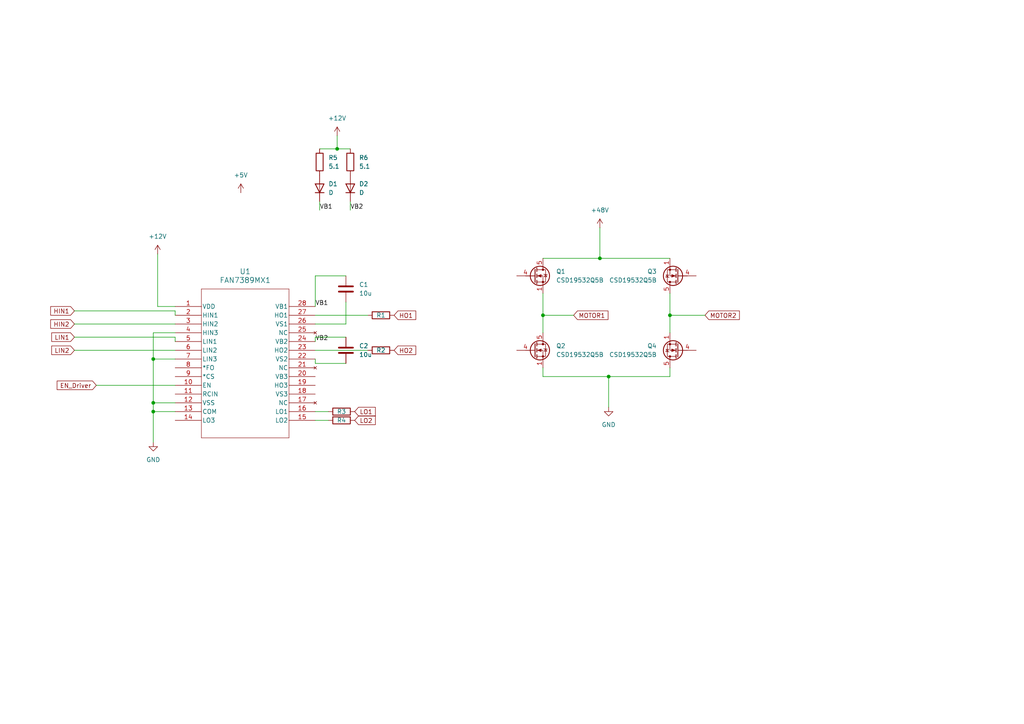
<source format=kicad_sch>
(kicad_sch (version 20250114) (generator "eeschema") (generator_version "9.0")
  (paper "A4")
  (lib_symbols
    (symbol "2025-09-30_11-08-03:FAN7389MX1" (pin_names (offset 0.254))
      (property "Reference" "U" (at 20.32 10.16 0))
      (property "Value" "FAN7389MX1" (at 20.32 7.62 0))
      (symbol "FAN7389MX1_0_1"
        (polyline (pts (xy 7.62 5.08) (xy 7.62 -38.1)) (stroke (width 0.127)))
        (polyline (pts (xy 7.62 -38.1) (xy 33.02 -38.1)) (stroke (width 0.127)))
        (polyline (pts (xy 33.02 5.08) (xy 7.62 5.08)) (stroke (width 0.127)))
        (polyline (pts (xy 33.02 -38.1) (xy 33.02 5.08)) (stroke (width 0.127)))
        (pin power_in line (at 0 0 0) (length 7.62) (name "VDD") (number "1"))
        (pin input line (at 0 -2.54 0) (length 7.62) (name "HIN1") (number "2"))
        (pin input line (at 0 -5.08 0) (length 7.62) (name "HIN2") (number "3"))
        (pin input line (at 0 -7.62 0) (length 7.62) (name "HIN3") (number "4"))
        (pin input line (at 0 -10.16 0) (length 7.62) (name "LIN1") (number "5"))
        (pin input line (at 0 -12.7 0) (length 7.62) (name "LIN2") (number "6"))
        (pin input line (at 0 -15.24 0) (length 7.62) (name "LIN3") (number "7"))
        (pin unspecified line (at 0 -17.78 0) (length 7.62) (name "*FO") (number "8"))
        (pin unspecified line (at 0 -20.32 0) (length 7.62) (name "*CS") (number "9"))
        (pin unspecified line (at 0 -22.86 0) (length 7.62) (name "EN") (number "10"))
        (pin unspecified line (at 0 -25.4 0) (length 7.62) (name "RCIN") (number "11"))
        (pin power_out line (at 0 -27.94 0) (length 7.62) (name "VSS") (number "12"))
        (pin unspecified line (at 0 -30.48 0) (length 7.62) (name "COM") (number "13"))
        (pin bidirectional line (at 0 -33.02 0) (length 7.62) (name "LO3") (number "14"))
        (pin bidirectional line (at 40.64 0 180) (length 7.62) (name "VB1") (number "28"))
        (pin bidirectional line (at 40.64 -2.54 180) (length 7.62) (name "HO1") (number "27"))
        (pin bidirectional line (at 40.64 -5.08 180) (length 7.62) (name "VS1") (number "26"))
        (pin no_connect line (at 40.64 -7.62 180) (length 7.62) (name "NC") (number "25"))
        (pin bidirectional line (at 40.64 -10.16 180) (length 7.62) (name "VB2") (number "24"))
        (pin bidirectional line (at 40.64 -12.7 180) (length 7.62) (name "HO2") (number "23"))
        (pin bidirectional line (at 40.64 -15.24 180) (length 7.62) (name "VS2") (number "22"))
        (pin no_connect line (at 40.64 -17.78 180) (length 7.62) (name "NC") (number "21"))
        (pin bidirectional line (at 40.64 -20.32 180) (length 7.62) (name "VB3") (number "20"))
        (pin bidirectional line (at 40.64 -22.86 180) (length 7.62) (name "HO3") (number "19"))
        (pin bidirectional line (at 40.64 -25.4 180) (length 7.62) (name "VS3") (number "18"))
        (pin no_connect line (at 40.64 -27.94 180) (length 7.62) (name "NC") (number "17"))
        (pin bidirectional line (at 40.64 -30.48 180) (length 7.62) (name "LO1") (number "16"))
        (pin bidirectional line (at 40.64 -33.02 180) (length 7.62) (name "LO2") (number "15"))
      )
    )
    (symbol "Device:C" (pin_numbers (hide yes)) (pin_names (offset 0.254))
      (property "Reference" "C" (at 0.635 2.54 0))
      (property "Value" "C" (at 0.635 -2.54 0))
      (symbol "C_0_1"
        (polyline (pts (xy -2.032 0.762) (xy 2.032 0.762)) (stroke (width 0.508)))
        (polyline (pts (xy -2.032 -0.762) (xy 2.032 -0.762)) (stroke (width 0.508)))
      )
      (symbol "C_1_1"
        (pin passive line (at 0 3.81 270) (length 2.794) (name "~") (number "1"))
        (pin passive line (at 0 -3.81 90) (length 2.794) (name "~") (number "2"))
      )
    )
    (symbol "Device:D" (pin_numbers (hide yes)) (pin_names (offset 1.016) (hide yes))
      (property "Reference" "D" (at 0 2.54 0))
      (property "Value" "D" (at 0 -2.54 0))
      (symbol "D_0_1"
        (polyline (pts (xy -1.27 1.27) (xy -1.27 -1.27)) (stroke (width 0.254)))
        (polyline (pts (xy 1.27 1.27) (xy 1.27 -1.27) (xy -1.27 0) (xy 1.27 1.27)) (stroke (width 0.254)))
        (polyline (pts (xy 1.27 0) (xy -1.27 0)))
      )
      (symbol "D_1_1"
        (pin passive line (at -3.81 0 0) (length 2.54) (name "K") (number "1"))
        (pin passive line (at 3.81 0 180) (length 2.54) (name "A") (number "2"))
      )
    )
    (symbol "Device:R" (pin_numbers (hide yes)) (pin_names (offset 0))
      (property "Reference" "R" (at 2.032 0 90))
      (property "Value" "R" (at 0 0 90))
      (symbol "R_0_1"
        (rectangle (start -1.016 -2.54) (end 1.016 2.54) (stroke (width 0.254)))
      )
      (symbol "R_1_1"
        (pin passive line (at 0 3.81 270) (length 1.27) (name "~") (number "1"))
        (pin passive line (at 0 -3.81 90) (length 1.27) (name "~") (number "2"))
      )
    )
    (symbol "Transistor_FET:CSD19532Q5B" (pin_names (offset 0) (hide yes))
      (property "Reference" "Q" (at 5.08 1.905 0))
      (property "Value" "CSD19532Q5B" (at 5.08 0 0))
      (symbol "CSD19532Q5B_0_1"
        (polyline (pts (xy 0.254 1.905) (xy 0.254 -1.905)) (stroke (width 0.254)))
        (polyline (pts (xy 0.254 0) (xy -2.54 0)))
        (polyline (pts (xy 0.762 2.286) (xy 0.762 1.27)) (stroke (width 0.254)))
        (polyline (pts (xy 0.762 0.508) (xy 0.762 -0.508)) (stroke (width 0.254)))
        (polyline (pts (xy 0.762 -1.27) (xy 0.762 -2.286)) (stroke (width 0.254)))
        (polyline (pts (xy 0.762 -1.778) (xy 3.302 -1.778) (xy 3.302 1.778) (xy 0.762 1.778)))
        (polyline (pts (xy 1.016 0) (xy 2.032 0.381) (xy 2.032 -0.381) (xy 1.016 0)) (fill (type outline)))
        (circle (center 1.651 0) (radius 2.794) (stroke (width 0.254)))
        (polyline (pts (xy 2.54 2.54) (xy 2.54 1.778)))
        (circle (center 2.54 1.778) (radius 0.254) (fill (type outline)))
        (circle (center 2.54 -1.778) (radius 0.254) (fill (type outline)))
        (polyline (pts (xy 2.54 -2.54) (xy 2.54 0) (xy 0.762 0)))
        (polyline (pts (xy 2.794 0.508) (xy 2.921 0.381) (xy 3.683 0.381) (xy 3.81 0.254)))
        (polyline (pts (xy 3.302 0.381) (xy 2.921 -0.254) (xy 3.683 -0.254) (xy 3.302 0.381)))
      )
      (symbol "CSD19532Q5B_1_1"
        (pin input line (at -5.08 0 0) (length 5.08) (name "G") (number "4"))
        (pin passive line (at 2.54 5.08 270) (length 2.54) (name "D") (number "5"))
        (pin passive line (at 2.54 -5.08 90) (length 2.54) (name "S") (number "1"))
        (pin passive line (at 2.54 -5.08 90) (length 2.54) (hide yes) (name "S") (number "2"))
        (pin passive line (at 2.54 -5.08 90) (length 2.54) (hide yes) (name "S") (number "3"))
      )
    )
    (symbol "power:+12V" (power) (pin_numbers (hide yes)) (pin_names (offset 0) (hide yes))
      (property "Value" "+12V" (at 0 3.556 0))
      (symbol "+12V_0_1"
        (polyline (pts (xy -0.762 1.27) (xy 0 2.54)))
        (polyline (pts (xy 0 2.54) (xy 0.762 1.27)))
        (polyline (pts (xy 0 0) (xy 0 2.54)))
      )
      (symbol "+12V_1_1"
        (pin power_in line (at 0 0 90) (length 0) (name "~") (number "1"))
      )
    )
    (symbol "power:+48V" (power) (pin_numbers (hide yes)) (pin_names (offset 0) (hide yes))
      (property "Value" "+48V" (at 0 3.556 0))
      (symbol "+48V_0_1"
        (polyline (pts (xy -0.762 1.27) (xy 0 2.54)))
        (polyline (pts (xy 0 2.54) (xy 0.762 1.27)))
        (polyline (pts (xy 0 0) (xy 0 2.54)))
      )
      (symbol "+48V_1_1"
        (pin power_in line (at 0 0 90) (length 0) (name "~") (number "1"))
      )
    )
    (symbol "power:+5V" (power) (pin_numbers (hide yes)) (pin_names (offset 0) (hide yes))
      (property "Value" "+5V" (at 0 3.556 0))
      (symbol "+5V_0_1"
        (polyline (pts (xy -0.762 1.27) (xy 0 2.54)))
        (polyline (pts (xy 0 2.54) (xy 0.762 1.27)))
        (polyline (pts (xy 0 0) (xy 0 2.54)))
      )
      (symbol "+5V_1_1"
        (pin power_in line (at 0 0 90) (length 0) (name "~") (number "1"))
      )
    )
    (symbol "power:GND" (power) (pin_numbers (hide yes)) (pin_names (offset 0) (hide yes))
      (property "Value" "GND" (at 0 -3.81 0))
      (symbol "GND_0_1"
        (polyline (pts (xy 0 0) (xy 0 -1.27) (xy 1.27 -1.27) (xy 0 -2.54) (xy -1.27 -1.27) (xy 0 -1.27)))
      )
      (symbol "GND_1_1"
        (pin power_in line (at 0 0 270) (length 0) (name "~") (number "1"))
      )
    )
  )
  (junction (at 97.79 43.18))
  (junction (at 194.31 91.44))
  (junction (at 157.48 91.44))
  (junction (at 44.45 116.84))
  (junction (at 44.45 104.14))
  (junction (at 173.99 74.93))
  (junction (at 176.53 109.22))
  (junction (at 44.45 119.38))
  (wire (pts (xy 157.48 74.93) (xy 173.99 74.93)))
  (wire (pts (xy 21.59 101.6) (xy 50.8 101.6)))
  (wire (pts (xy 100.33 87.63) (xy 100.33 93.98)))
  (wire (pts (xy 50.8 119.38) (xy 44.45 119.38)))
  (wire (pts (xy 173.99 74.93) (xy 173.99 66.04)))
  (wire (pts (xy 157.48 91.44) (xy 166.37 91.44)))
  (wire (pts (xy 157.48 109.22) (xy 176.53 109.22)))
  (wire (pts (xy 44.45 116.84) (xy 44.45 119.38)))
  (wire (pts (xy 92.71 58.42) (xy 92.71 60.96)))
  (wire (pts (xy 91.44 91.44) (xy 106.68 91.44)))
  (wire (pts (xy 44.45 119.38) (xy 44.45 128.27)))
  (wire (pts (xy 194.31 91.44) (xy 194.31 96.52)))
  (wire (pts (xy 97.79 39.37) (xy 97.79 43.18)))
  (wire (pts (xy 50.8 96.52) (xy 44.45 96.52)))
  (wire (pts (xy 194.31 91.44) (xy 204.47 91.44)))
  (wire (pts (xy 50.8 104.14) (xy 44.45 104.14)))
  (wire (pts (xy 27.94 111.76) (xy 50.8 111.76)))
  (wire (pts (xy 21.59 93.98) (xy 50.8 93.98)))
  (wire (pts (xy 92.71 43.18) (xy 97.79 43.18)))
  (wire (pts (xy 176.53 109.22) (xy 176.53 118.11)))
  (wire (pts (xy 44.45 104.14) (xy 44.45 116.84)))
  (wire (pts (xy 157.48 96.52) (xy 157.48 91.44)))
  (wire (pts (xy 91.44 121.92) (xy 95.25 121.92)))
  (wire (pts (xy 176.53 109.22) (xy 194.31 109.22)))
  (wire (pts (xy 97.79 43.18) (xy 101.6 43.18)))
  (wire (pts (xy 91.44 93.98) (xy 100.33 93.98)))
  (wire (pts (xy 45.72 88.9) (xy 50.8 88.9)))
  (wire (pts (xy 44.45 96.52) (xy 44.45 104.14)))
  (wire (pts (xy 100.33 105.41) (xy 91.44 105.41)))
  (wire (pts (xy 50.8 90.17) (xy 50.8 91.44)))
  (wire (pts (xy 50.8 116.84) (xy 44.45 116.84)))
  (wire (pts (xy 194.31 85.09) (xy 194.31 91.44)))
  (wire (pts (xy 194.31 109.22) (xy 194.31 106.68)))
  (wire (pts (xy 100.33 80.01) (xy 91.44 80.01)))
  (wire (pts (xy 21.59 97.79) (xy 50.8 97.79)))
  (wire (pts (xy 91.44 101.6) (xy 106.68 101.6)))
  (wire (pts (xy 157.48 106.68) (xy 157.48 109.22)))
  (wire (pts (xy 50.8 97.79) (xy 50.8 99.06)))
  (wire (pts (xy 21.59 90.17) (xy 50.8 90.17)))
  (wire (pts (xy 101.6 58.42) (xy 101.6 60.96)))
  (wire (pts (xy 91.44 97.79) (xy 91.44 99.06)))
  (wire (pts (xy 91.44 105.41) (xy 91.44 104.14)))
  (wire (pts (xy 173.99 74.93) (xy 194.31 74.93)))
  (wire (pts (xy 91.44 119.38) (xy 95.25 119.38)))
  (wire (pts (xy 91.44 80.01) (xy 91.44 88.9)))
  (wire (pts (xy 100.33 97.79) (xy 91.44 97.79)))
  (wire (pts (xy 45.72 73.66) (xy 45.72 88.9)))
  (wire (pts (xy 157.48 91.44) (xy 157.48 85.09)))
  (label "VB1" (at 91.44 88.9 0))
  (label "VB2" (at 101.6 60.96 0))
  (label "VB2" (at 91.44 99.06 0))
  (label "VB1" (at 92.71 60.96 0))
  (global_label "LIN1" (shape input) (at 21.59 97.79 180) (property "Intersheetrefs" "${INTERSHEET_REFS}" (effects (hide yes))))
  (global_label "MOTOR1" (shape input) (at 166.37 91.44 0) (property "Intersheetrefs" "${INTERSHEET_REFS}" (effects (hide yes))))
  (global_label "HIN2" (shape input) (at 21.59 93.98 180) (property "Intersheetrefs" "${INTERSHEET_REFS}" (effects (hide yes))))
  (global_label "LO1" (shape input) (at 102.87 119.38 0) (property "Intersheetrefs" "${INTERSHEET_REFS}" (effects (hide yes))))
  (global_label "MOTOR2" (shape input) (at 204.47 91.44 0) (property "Intersheetrefs" "${INTERSHEET_REFS}" (effects (hide yes))))
  (global_label "LO2" (shape input) (at 102.87 121.92 0) (property "Intersheetrefs" "${INTERSHEET_REFS}" (effects (hide yes))))
  (global_label "HO1" (shape input) (at 114.3 91.44 0) (property "Intersheetrefs" "${INTERSHEET_REFS}" (effects (hide yes))))
  (global_label "HIN1" (shape input) (at 21.59 90.17 180) (property "Intersheetrefs" "${INTERSHEET_REFS}" (effects (hide yes))))
  (global_label "LIN2" (shape input) (at 21.59 101.6 180) (property "Intersheetrefs" "${INTERSHEET_REFS}" (effects (hide yes))))
  (global_label "EN_Driver" (shape input) (at 27.94 111.76 180) (property "Intersheetrefs" "${INTERSHEET_REFS}" (effects (hide yes))))
  (global_label "HO2" (shape input) (at 114.3 101.6 0) (property "Intersheetrefs" "${INTERSHEET_REFS}" (effects (hide yes))))
  (symbol (lib_id "Device:D") (at 92.71 54.61 90) (unit 1)
    (property "Reference" "D1" (at 95.25 53.3399 90) (effects (justify right)))
    (property "Value" "D" (at 95.25 55.8799 90) (effects (justify right)))
    (property "Description" "Diode" (effects (hide yes)))
    (property "Sim.Device" "D" (effects (hide yes)))
    (property "Sim.Pins" "1=K 2=A" (effects (hide yes)))
  )
  (symbol (lib_id "Device:R") (at 110.49 101.6 270) (unit 1)
    (property "Reference" "R2" (at 110.49 101.6 90))
    (property "Value" "R" (effects (hide yes)))
    (property "Description" "Resistor" (effects (hide yes)))
  )
  (symbol (lib_id "power:+12V") (at 97.79 39.37 0) (unit 1)
    (property "Reference" "#PWR06" (effects (hide yes)))
    (property "Value" "+12V" (at 97.79 34.29 0))
    (property "Description" "Power symbol creates a global label with name \"+12V\"" (effects (hide yes)))
  )
  (symbol (lib_id "Device:R") (at 92.71 46.99 0) (unit 1)
    (property "Reference" "R5" (at 95.25 45.7199 0) (effects (justify left)))
    (property "Value" "5.1" (at 95.25 48.2599 0) (effects (justify left)))
    (property "Description" "Resistor" (effects (hide yes)))
  )
  (symbol (lib_id "power:GND") (at 44.45 128.27 0) (unit 1)
    (property "Reference" "#PWR01" (effects (hide yes)))
    (property "Value" "GND" (at 44.45 133.35 0))
    (property "Description" "Power symbol creates a global label with name \"GND\" , ground" (effects (hide yes)))
  )
  (symbol (lib_id "Device:D") (at 101.6 54.61 90) (unit 1)
    (property "Reference" "D2" (at 104.14 53.3399 90) (effects (justify right)))
    (property "Value" "D" (at 104.14 55.8799 90) (effects (justify right)))
    (property "Description" "Diode" (effects (hide yes)))
    (property "Sim.Device" "D" (effects (hide yes)))
    (property "Sim.Pins" "1=K 2=A" (effects (hide yes)))
  )
  (symbol (lib_id "power:+48V") (at 173.99 66.04 0) (unit 1)
    (property "Reference" "#PWR03" (effects (hide yes)))
    (property "Value" "+48V" (at 173.99 60.96 0))
    (property "Description" "Power symbol creates a global label with name \"+48V\"" (effects (hide yes)))
  )
  (symbol (lib_id "Device:R") (at 101.6 46.99 0) (unit 1)
    (property "Reference" "R6" (at 104.14 45.7199 0) (effects (justify left)))
    (property "Value" "5.1" (at 104.14 48.2599 0) (effects (justify left)))
    (property "Description" "Resistor" (effects (hide yes)))
  )
  (symbol (lib_id "2025-09-30_11-08-03:FAN7389MX1") (at 50.8 88.9 0) (unit 1)
    (property "Reference" "U1" (at 71.12 78.74 0) (effects (font (size 1.524 1.524))))
    (property "Value" "FAN7389MX1" (at 71.12 81.28 0) (effects (font (size 1.524 1.524))))
    (property "Footprint" "SOIC28_18X7P5_ONS" (effects (hide yes)))
    (property "Datasheet" "FAN7389MX1" (effects (hide yes)))
  )
  (symbol (lib_id "power:GND") (at 176.53 118.11 0) (unit 1)
    (property "Reference" "#PWR04" (effects (hide yes)))
    (property "Value" "GND" (at 176.53 123.19 0))
    (property "Description" "Power symbol creates a global label with name \"GND\" , ground" (effects (hide yes)))
  )
  (symbol (lib_id "Device:R") (at 99.06 121.92 270) (unit 1)
    (property "Reference" "R4" (at 99.06 121.92 90))
    (property "Value" "R" (effects (hide yes)))
    (property "Description" "Resistor" (effects (hide yes)))
  )
  (symbol (lib_id "Transistor_FET:CSD19532Q5B") (at 196.85 101.6 180) (unit 1)
    (property "Reference" "Q4" (at 190.5 100.3299 0) (effects (justify left)))
    (property "Value" "CSD19532Q5B" (at 190.5 102.8699 0) (effects (justify left)))
    (property "Footprint" "Package_TO_SOT_SMD:TDSON-8-1" (effects (hide yes)))
    (property "Datasheet" "http://www.ti.com/lit/gpn/csd19532q5b" (effects (hide yes)))
    (property "Description" "100A Id, 100V Vds, NexFET N-Channel Power MOSFET, 4.9mOhm Ron, 48nC Qg(typ), SON8 5x6mm" (effects (hide yes)))
  )
  (symbol (lib_id "power:+5V") (at 69.85 55.88 0) (unit 1)
    (property "Reference" "#PWR05" (effects (hide yes)))
    (property "Value" "+5V" (at 69.85 50.8 0))
    (property "Description" "Power symbol creates a global label with name \"+5V\"" (effects (hide yes)))
  )
  (symbol (lib_id "power:+12V") (at 45.72 73.66 0) (unit 1)
    (property "Reference" "#PWR02" (effects (hide yes)))
    (property "Value" "+12V" (at 45.72 68.58 0))
    (property "Description" "Power symbol creates a global label with name \"+12V\"" (effects (hide yes)))
  )
  (symbol (lib_id "Transistor_FET:CSD19532Q5B") (at 154.94 101.6 0) (unit 1)
    (property "Reference" "Q2" (at 161.29 100.3299 0) (effects (justify left)))
    (property "Value" "CSD19532Q5B" (at 161.29 102.8699 0) (effects (justify left)))
    (property "Footprint" "Package_TO_SOT_SMD:TDSON-8-1" (effects (hide yes)))
    (property "Datasheet" "http://www.ti.com/lit/gpn/csd19532q5b" (effects (hide yes)))
    (property "Description" "100A Id, 100V Vds, NexFET N-Channel Power MOSFET, 4.9mOhm Ron, 48nC Qg(typ), SON8 5x6mm" (effects (hide yes)))
  )
  (symbol (lib_id "Transistor_FET:CSD19532Q5B") (at 154.94 80.01 0) (unit 1)
    (property "Reference" "Q1" (at 161.29 78.7399 0) (effects (justify left)))
    (property "Value" "CSD19532Q5B" (at 161.29 81.2799 0) (effects (justify left)))
    (property "Footprint" "Package_TO_SOT_SMD:TDSON-8-1" (effects (hide yes)))
    (property "Datasheet" "http://www.ti.com/lit/gpn/csd19532q5b" (effects (hide yes)))
    (property "Description" "100A Id, 100V Vds, NexFET N-Channel Power MOSFET, 4.9mOhm Ron, 48nC Qg(typ), SON8 5x6mm" (effects (hide yes)))
  )
  (symbol (lib_id "Device:R") (at 99.06 119.38 270) (unit 1)
    (property "Reference" "R3" (at 99.06 119.38 90))
    (property "Value" "R" (effects (hide yes)))
    (property "Description" "Resistor" (effects (hide yes)))
  )
  (symbol (lib_id "Device:C") (at 100.33 101.6 0) (unit 1)
    (property "Reference" "C2" (at 104.14 100.3299 0) (effects (justify left)))
    (property "Value" "10u" (at 104.14 102.8699 0) (effects (justify left)))
    (property "Description" "Unpolarized capacitor" (effects (hide yes)))
  )
  (symbol (lib_id "Transistor_FET:CSD19532Q5B") (at 196.85 80.01 180) (unit 1)
    (property "Reference" "Q3" (at 190.5 78.7399 0) (effects (justify left)))
    (property "Value" "CSD19532Q5B" (at 190.5 81.2799 0) (effects (justify left)))
    (property "Footprint" "Package_TO_SOT_SMD:TDSON-8-1" (effects (hide yes)))
    (property "Datasheet" "http://www.ti.com/lit/gpn/csd19532q5b" (effects (hide yes)))
    (property "Description" "100A Id, 100V Vds, NexFET N-Channel Power MOSFET, 4.9mOhm Ron, 48nC Qg(typ), SON8 5x6mm" (effects (hide yes)))
  )
  (symbol (lib_id "Device:R") (at 110.49 91.44 270) (unit 1)
    (property "Reference" "R1" (at 110.49 91.44 90))
    (property "Value" "R" (effects (hide yes)))
    (property "Description" "Resistor" (effects (hide yes)))
  )
  (symbol (lib_id "Device:C") (at 100.33 83.82 0) (unit 1)
    (property "Reference" "C1" (at 104.14 82.5499 0) (effects (justify left)))
    (property "Value" "10u" (at 104.14 85.0899 0) (effects (justify left)))
    (property "Description" "Unpolarized capacitor" (effects (hide yes)))
  )
)
</source>
